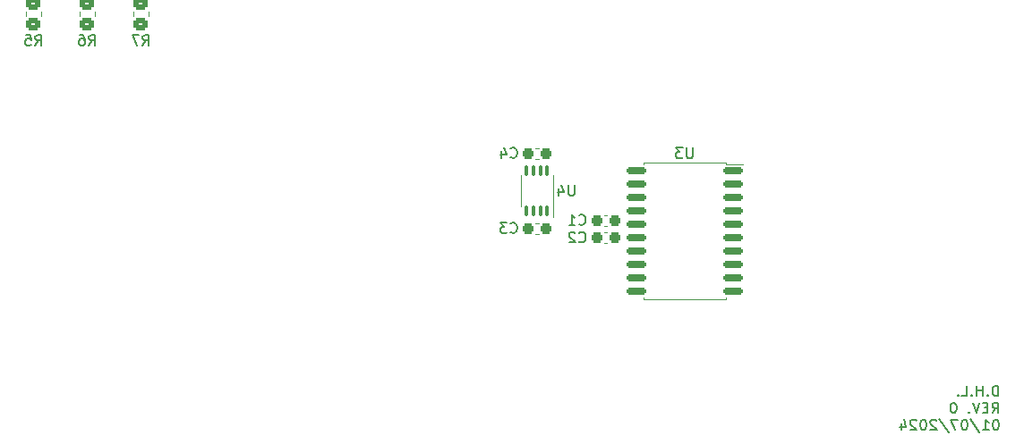
<source format=gbo>
G04 #@! TF.GenerationSoftware,KiCad,Pcbnew,7.0.8*
G04 #@! TF.CreationDate,2024-01-12T01:57:03-08:00*
G04 #@! TF.ProjectId,rc_v1,72635f76-312e-46b6-9963-61645f706362,0*
G04 #@! TF.SameCoordinates,Original*
G04 #@! TF.FileFunction,Legend,Bot*
G04 #@! TF.FilePolarity,Positive*
%FSLAX46Y46*%
G04 Gerber Fmt 4.6, Leading zero omitted, Abs format (unit mm)*
G04 Created by KiCad (PCBNEW 7.0.8) date 2024-01-12 01:57:03*
%MOMM*%
%LPD*%
G01*
G04 APERTURE LIST*
G04 Aperture macros list*
%AMRoundRect*
0 Rectangle with rounded corners*
0 $1 Rounding radius*
0 $2 $3 $4 $5 $6 $7 $8 $9 X,Y pos of 4 corners*
0 Add a 4 corners polygon primitive as box body*
4,1,4,$2,$3,$4,$5,$6,$7,$8,$9,$2,$3,0*
0 Add four circle primitives for the rounded corners*
1,1,$1+$1,$2,$3*
1,1,$1+$1,$4,$5*
1,1,$1+$1,$6,$7*
1,1,$1+$1,$8,$9*
0 Add four rect primitives between the rounded corners*
20,1,$1+$1,$2,$3,$4,$5,0*
20,1,$1+$1,$4,$5,$6,$7,0*
20,1,$1+$1,$6,$7,$8,$9,0*
20,1,$1+$1,$8,$9,$2,$3,0*%
G04 Aperture macros list end*
%ADD10C,0.150000*%
%ADD11C,0.120000*%
%ADD12C,1.800000*%
%ADD13C,2.300000*%
%ADD14R,1.800000X1.800000*%
%ADD15O,3.000000X3.400000*%
%ADD16C,1.400000*%
%ADD17O,2.100000X1.200000*%
%ADD18C,1.600000*%
%ADD19O,3.000000X1.500000*%
%ADD20O,1.500000X3.000000*%
%ADD21RoundRect,0.237500X0.300000X0.237500X-0.300000X0.237500X-0.300000X-0.237500X0.300000X-0.237500X0*%
%ADD22RoundRect,0.100000X0.100000X0.450000X-0.100000X0.450000X-0.100000X-0.450000X0.100000X-0.450000X0*%
%ADD23RoundRect,0.150000X0.800000X0.150000X-0.800000X0.150000X-0.800000X-0.150000X0.800000X-0.150000X0*%
%ADD24RoundRect,0.250000X-0.450000X0.350000X-0.450000X-0.350000X0.450000X-0.350000X0.450000X0.350000X0*%
%ADD25RoundRect,0.237500X-0.300000X-0.237500X0.300000X-0.237500X0.300000X0.237500X-0.300000X0.237500X0*%
G04 APERTURE END LIST*
D10*
X189663220Y-115649819D02*
X189663220Y-114649819D01*
X189663220Y-114649819D02*
X189425125Y-114649819D01*
X189425125Y-114649819D02*
X189282268Y-114697438D01*
X189282268Y-114697438D02*
X189187030Y-114792676D01*
X189187030Y-114792676D02*
X189139411Y-114887914D01*
X189139411Y-114887914D02*
X189091792Y-115078390D01*
X189091792Y-115078390D02*
X189091792Y-115221247D01*
X189091792Y-115221247D02*
X189139411Y-115411723D01*
X189139411Y-115411723D02*
X189187030Y-115506961D01*
X189187030Y-115506961D02*
X189282268Y-115602200D01*
X189282268Y-115602200D02*
X189425125Y-115649819D01*
X189425125Y-115649819D02*
X189663220Y-115649819D01*
X188663220Y-115554580D02*
X188615601Y-115602200D01*
X188615601Y-115602200D02*
X188663220Y-115649819D01*
X188663220Y-115649819D02*
X188710839Y-115602200D01*
X188710839Y-115602200D02*
X188663220Y-115554580D01*
X188663220Y-115554580D02*
X188663220Y-115649819D01*
X188187030Y-115649819D02*
X188187030Y-114649819D01*
X188187030Y-115126009D02*
X187615602Y-115126009D01*
X187615602Y-115649819D02*
X187615602Y-114649819D01*
X187139411Y-115554580D02*
X187091792Y-115602200D01*
X187091792Y-115602200D02*
X187139411Y-115649819D01*
X187139411Y-115649819D02*
X187187030Y-115602200D01*
X187187030Y-115602200D02*
X187139411Y-115554580D01*
X187139411Y-115554580D02*
X187139411Y-115649819D01*
X186187031Y-115649819D02*
X186663221Y-115649819D01*
X186663221Y-115649819D02*
X186663221Y-114649819D01*
X185853697Y-115554580D02*
X185806078Y-115602200D01*
X185806078Y-115602200D02*
X185853697Y-115649819D01*
X185853697Y-115649819D02*
X185901316Y-115602200D01*
X185901316Y-115602200D02*
X185853697Y-115554580D01*
X185853697Y-115554580D02*
X185853697Y-115649819D01*
X189091792Y-117259819D02*
X189425125Y-116783628D01*
X189663220Y-117259819D02*
X189663220Y-116259819D01*
X189663220Y-116259819D02*
X189282268Y-116259819D01*
X189282268Y-116259819D02*
X189187030Y-116307438D01*
X189187030Y-116307438D02*
X189139411Y-116355057D01*
X189139411Y-116355057D02*
X189091792Y-116450295D01*
X189091792Y-116450295D02*
X189091792Y-116593152D01*
X189091792Y-116593152D02*
X189139411Y-116688390D01*
X189139411Y-116688390D02*
X189187030Y-116736009D01*
X189187030Y-116736009D02*
X189282268Y-116783628D01*
X189282268Y-116783628D02*
X189663220Y-116783628D01*
X188663220Y-116736009D02*
X188329887Y-116736009D01*
X188187030Y-117259819D02*
X188663220Y-117259819D01*
X188663220Y-117259819D02*
X188663220Y-116259819D01*
X188663220Y-116259819D02*
X188187030Y-116259819D01*
X187901315Y-116259819D02*
X187567982Y-117259819D01*
X187567982Y-117259819D02*
X187234649Y-116259819D01*
X186901315Y-117164580D02*
X186853696Y-117212200D01*
X186853696Y-117212200D02*
X186901315Y-117259819D01*
X186901315Y-117259819D02*
X186948934Y-117212200D01*
X186948934Y-117212200D02*
X186901315Y-117164580D01*
X186901315Y-117164580D02*
X186901315Y-117259819D01*
X185472744Y-116259819D02*
X185377506Y-116259819D01*
X185377506Y-116259819D02*
X185282268Y-116307438D01*
X185282268Y-116307438D02*
X185234649Y-116355057D01*
X185234649Y-116355057D02*
X185187030Y-116450295D01*
X185187030Y-116450295D02*
X185139411Y-116640771D01*
X185139411Y-116640771D02*
X185139411Y-116878866D01*
X185139411Y-116878866D02*
X185187030Y-117069342D01*
X185187030Y-117069342D02*
X185234649Y-117164580D01*
X185234649Y-117164580D02*
X185282268Y-117212200D01*
X185282268Y-117212200D02*
X185377506Y-117259819D01*
X185377506Y-117259819D02*
X185472744Y-117259819D01*
X185472744Y-117259819D02*
X185567982Y-117212200D01*
X185567982Y-117212200D02*
X185615601Y-117164580D01*
X185615601Y-117164580D02*
X185663220Y-117069342D01*
X185663220Y-117069342D02*
X185710839Y-116878866D01*
X185710839Y-116878866D02*
X185710839Y-116640771D01*
X185710839Y-116640771D02*
X185663220Y-116450295D01*
X185663220Y-116450295D02*
X185615601Y-116355057D01*
X185615601Y-116355057D02*
X185567982Y-116307438D01*
X185567982Y-116307438D02*
X185472744Y-116259819D01*
X189472744Y-117869819D02*
X189377506Y-117869819D01*
X189377506Y-117869819D02*
X189282268Y-117917438D01*
X189282268Y-117917438D02*
X189234649Y-117965057D01*
X189234649Y-117965057D02*
X189187030Y-118060295D01*
X189187030Y-118060295D02*
X189139411Y-118250771D01*
X189139411Y-118250771D02*
X189139411Y-118488866D01*
X189139411Y-118488866D02*
X189187030Y-118679342D01*
X189187030Y-118679342D02*
X189234649Y-118774580D01*
X189234649Y-118774580D02*
X189282268Y-118822200D01*
X189282268Y-118822200D02*
X189377506Y-118869819D01*
X189377506Y-118869819D02*
X189472744Y-118869819D01*
X189472744Y-118869819D02*
X189567982Y-118822200D01*
X189567982Y-118822200D02*
X189615601Y-118774580D01*
X189615601Y-118774580D02*
X189663220Y-118679342D01*
X189663220Y-118679342D02*
X189710839Y-118488866D01*
X189710839Y-118488866D02*
X189710839Y-118250771D01*
X189710839Y-118250771D02*
X189663220Y-118060295D01*
X189663220Y-118060295D02*
X189615601Y-117965057D01*
X189615601Y-117965057D02*
X189567982Y-117917438D01*
X189567982Y-117917438D02*
X189472744Y-117869819D01*
X188187030Y-118869819D02*
X188758458Y-118869819D01*
X188472744Y-118869819D02*
X188472744Y-117869819D01*
X188472744Y-117869819D02*
X188567982Y-118012676D01*
X188567982Y-118012676D02*
X188663220Y-118107914D01*
X188663220Y-118107914D02*
X188758458Y-118155533D01*
X187044173Y-117822200D02*
X187901315Y-119107914D01*
X186520363Y-117869819D02*
X186425125Y-117869819D01*
X186425125Y-117869819D02*
X186329887Y-117917438D01*
X186329887Y-117917438D02*
X186282268Y-117965057D01*
X186282268Y-117965057D02*
X186234649Y-118060295D01*
X186234649Y-118060295D02*
X186187030Y-118250771D01*
X186187030Y-118250771D02*
X186187030Y-118488866D01*
X186187030Y-118488866D02*
X186234649Y-118679342D01*
X186234649Y-118679342D02*
X186282268Y-118774580D01*
X186282268Y-118774580D02*
X186329887Y-118822200D01*
X186329887Y-118822200D02*
X186425125Y-118869819D01*
X186425125Y-118869819D02*
X186520363Y-118869819D01*
X186520363Y-118869819D02*
X186615601Y-118822200D01*
X186615601Y-118822200D02*
X186663220Y-118774580D01*
X186663220Y-118774580D02*
X186710839Y-118679342D01*
X186710839Y-118679342D02*
X186758458Y-118488866D01*
X186758458Y-118488866D02*
X186758458Y-118250771D01*
X186758458Y-118250771D02*
X186710839Y-118060295D01*
X186710839Y-118060295D02*
X186663220Y-117965057D01*
X186663220Y-117965057D02*
X186615601Y-117917438D01*
X186615601Y-117917438D02*
X186520363Y-117869819D01*
X185853696Y-117869819D02*
X185187030Y-117869819D01*
X185187030Y-117869819D02*
X185615601Y-118869819D01*
X184091792Y-117822200D02*
X184948934Y-119107914D01*
X183806077Y-117965057D02*
X183758458Y-117917438D01*
X183758458Y-117917438D02*
X183663220Y-117869819D01*
X183663220Y-117869819D02*
X183425125Y-117869819D01*
X183425125Y-117869819D02*
X183329887Y-117917438D01*
X183329887Y-117917438D02*
X183282268Y-117965057D01*
X183282268Y-117965057D02*
X183234649Y-118060295D01*
X183234649Y-118060295D02*
X183234649Y-118155533D01*
X183234649Y-118155533D02*
X183282268Y-118298390D01*
X183282268Y-118298390D02*
X183853696Y-118869819D01*
X183853696Y-118869819D02*
X183234649Y-118869819D01*
X182615601Y-117869819D02*
X182520363Y-117869819D01*
X182520363Y-117869819D02*
X182425125Y-117917438D01*
X182425125Y-117917438D02*
X182377506Y-117965057D01*
X182377506Y-117965057D02*
X182329887Y-118060295D01*
X182329887Y-118060295D02*
X182282268Y-118250771D01*
X182282268Y-118250771D02*
X182282268Y-118488866D01*
X182282268Y-118488866D02*
X182329887Y-118679342D01*
X182329887Y-118679342D02*
X182377506Y-118774580D01*
X182377506Y-118774580D02*
X182425125Y-118822200D01*
X182425125Y-118822200D02*
X182520363Y-118869819D01*
X182520363Y-118869819D02*
X182615601Y-118869819D01*
X182615601Y-118869819D02*
X182710839Y-118822200D01*
X182710839Y-118822200D02*
X182758458Y-118774580D01*
X182758458Y-118774580D02*
X182806077Y-118679342D01*
X182806077Y-118679342D02*
X182853696Y-118488866D01*
X182853696Y-118488866D02*
X182853696Y-118250771D01*
X182853696Y-118250771D02*
X182806077Y-118060295D01*
X182806077Y-118060295D02*
X182758458Y-117965057D01*
X182758458Y-117965057D02*
X182710839Y-117917438D01*
X182710839Y-117917438D02*
X182615601Y-117869819D01*
X181901315Y-117965057D02*
X181853696Y-117917438D01*
X181853696Y-117917438D02*
X181758458Y-117869819D01*
X181758458Y-117869819D02*
X181520363Y-117869819D01*
X181520363Y-117869819D02*
X181425125Y-117917438D01*
X181425125Y-117917438D02*
X181377506Y-117965057D01*
X181377506Y-117965057D02*
X181329887Y-118060295D01*
X181329887Y-118060295D02*
X181329887Y-118155533D01*
X181329887Y-118155533D02*
X181377506Y-118298390D01*
X181377506Y-118298390D02*
X181948934Y-118869819D01*
X181948934Y-118869819D02*
X181329887Y-118869819D01*
X180472744Y-118203152D02*
X180472744Y-118869819D01*
X180710839Y-117822200D02*
X180948934Y-118536485D01*
X180948934Y-118536485D02*
X180329887Y-118536485D01*
X143529666Y-92993580D02*
X143577285Y-93041200D01*
X143577285Y-93041200D02*
X143720142Y-93088819D01*
X143720142Y-93088819D02*
X143815380Y-93088819D01*
X143815380Y-93088819D02*
X143958237Y-93041200D01*
X143958237Y-93041200D02*
X144053475Y-92945961D01*
X144053475Y-92945961D02*
X144101094Y-92850723D01*
X144101094Y-92850723D02*
X144148713Y-92660247D01*
X144148713Y-92660247D02*
X144148713Y-92517390D01*
X144148713Y-92517390D02*
X144101094Y-92326914D01*
X144101094Y-92326914D02*
X144053475Y-92231676D01*
X144053475Y-92231676D02*
X143958237Y-92136438D01*
X143958237Y-92136438D02*
X143815380Y-92088819D01*
X143815380Y-92088819D02*
X143720142Y-92088819D01*
X143720142Y-92088819D02*
X143577285Y-92136438D01*
X143577285Y-92136438D02*
X143529666Y-92184057D01*
X142672523Y-92422152D02*
X142672523Y-93088819D01*
X142910618Y-92041200D02*
X143148713Y-92755485D01*
X143148713Y-92755485D02*
X142529666Y-92755485D01*
X149585904Y-95644819D02*
X149585904Y-96454342D01*
X149585904Y-96454342D02*
X149538285Y-96549580D01*
X149538285Y-96549580D02*
X149490666Y-96597200D01*
X149490666Y-96597200D02*
X149395428Y-96644819D01*
X149395428Y-96644819D02*
X149204952Y-96644819D01*
X149204952Y-96644819D02*
X149109714Y-96597200D01*
X149109714Y-96597200D02*
X149062095Y-96549580D01*
X149062095Y-96549580D02*
X149014476Y-96454342D01*
X149014476Y-96454342D02*
X149014476Y-95644819D01*
X148109714Y-95978152D02*
X148109714Y-96644819D01*
X148347809Y-95597200D02*
X148585904Y-96311485D01*
X148585904Y-96311485D02*
X147966857Y-96311485D01*
X160761904Y-92104819D02*
X160761904Y-92914342D01*
X160761904Y-92914342D02*
X160714285Y-93009580D01*
X160714285Y-93009580D02*
X160666666Y-93057200D01*
X160666666Y-93057200D02*
X160571428Y-93104819D01*
X160571428Y-93104819D02*
X160380952Y-93104819D01*
X160380952Y-93104819D02*
X160285714Y-93057200D01*
X160285714Y-93057200D02*
X160238095Y-93009580D01*
X160238095Y-93009580D02*
X160190476Y-92914342D01*
X160190476Y-92914342D02*
X160190476Y-92104819D01*
X159809523Y-92104819D02*
X159190476Y-92104819D01*
X159190476Y-92104819D02*
X159523809Y-92485771D01*
X159523809Y-92485771D02*
X159380952Y-92485771D01*
X159380952Y-92485771D02*
X159285714Y-92533390D01*
X159285714Y-92533390D02*
X159238095Y-92581009D01*
X159238095Y-92581009D02*
X159190476Y-92676247D01*
X159190476Y-92676247D02*
X159190476Y-92914342D01*
X159190476Y-92914342D02*
X159238095Y-93009580D01*
X159238095Y-93009580D02*
X159285714Y-93057200D01*
X159285714Y-93057200D02*
X159380952Y-93104819D01*
X159380952Y-93104819D02*
X159666666Y-93104819D01*
X159666666Y-93104819D02*
X159761904Y-93057200D01*
X159761904Y-93057200D02*
X159809523Y-93009580D01*
X98571666Y-82404819D02*
X98904999Y-81928628D01*
X99143094Y-82404819D02*
X99143094Y-81404819D01*
X99143094Y-81404819D02*
X98762142Y-81404819D01*
X98762142Y-81404819D02*
X98666904Y-81452438D01*
X98666904Y-81452438D02*
X98619285Y-81500057D01*
X98619285Y-81500057D02*
X98571666Y-81595295D01*
X98571666Y-81595295D02*
X98571666Y-81738152D01*
X98571666Y-81738152D02*
X98619285Y-81833390D01*
X98619285Y-81833390D02*
X98666904Y-81881009D01*
X98666904Y-81881009D02*
X98762142Y-81928628D01*
X98762142Y-81928628D02*
X99143094Y-81928628D01*
X97666904Y-81404819D02*
X98143094Y-81404819D01*
X98143094Y-81404819D02*
X98190713Y-81881009D01*
X98190713Y-81881009D02*
X98143094Y-81833390D01*
X98143094Y-81833390D02*
X98047856Y-81785771D01*
X98047856Y-81785771D02*
X97809761Y-81785771D01*
X97809761Y-81785771D02*
X97714523Y-81833390D01*
X97714523Y-81833390D02*
X97666904Y-81881009D01*
X97666904Y-81881009D02*
X97619285Y-81976247D01*
X97619285Y-81976247D02*
X97619285Y-82214342D01*
X97619285Y-82214342D02*
X97666904Y-82309580D01*
X97666904Y-82309580D02*
X97714523Y-82357200D01*
X97714523Y-82357200D02*
X97809761Y-82404819D01*
X97809761Y-82404819D02*
X98047856Y-82404819D01*
X98047856Y-82404819D02*
X98143094Y-82357200D01*
X98143094Y-82357200D02*
X98190713Y-82309580D01*
X143529666Y-100105580D02*
X143577285Y-100153200D01*
X143577285Y-100153200D02*
X143720142Y-100200819D01*
X143720142Y-100200819D02*
X143815380Y-100200819D01*
X143815380Y-100200819D02*
X143958237Y-100153200D01*
X143958237Y-100153200D02*
X144053475Y-100057961D01*
X144053475Y-100057961D02*
X144101094Y-99962723D01*
X144101094Y-99962723D02*
X144148713Y-99772247D01*
X144148713Y-99772247D02*
X144148713Y-99629390D01*
X144148713Y-99629390D02*
X144101094Y-99438914D01*
X144101094Y-99438914D02*
X144053475Y-99343676D01*
X144053475Y-99343676D02*
X143958237Y-99248438D01*
X143958237Y-99248438D02*
X143815380Y-99200819D01*
X143815380Y-99200819D02*
X143720142Y-99200819D01*
X143720142Y-99200819D02*
X143577285Y-99248438D01*
X143577285Y-99248438D02*
X143529666Y-99296057D01*
X143196332Y-99200819D02*
X142577285Y-99200819D01*
X142577285Y-99200819D02*
X142910618Y-99581771D01*
X142910618Y-99581771D02*
X142767761Y-99581771D01*
X142767761Y-99581771D02*
X142672523Y-99629390D01*
X142672523Y-99629390D02*
X142624904Y-99677009D01*
X142624904Y-99677009D02*
X142577285Y-99772247D01*
X142577285Y-99772247D02*
X142577285Y-100010342D01*
X142577285Y-100010342D02*
X142624904Y-100105580D01*
X142624904Y-100105580D02*
X142672523Y-100153200D01*
X142672523Y-100153200D02*
X142767761Y-100200819D01*
X142767761Y-100200819D02*
X143053475Y-100200819D01*
X143053475Y-100200819D02*
X143148713Y-100153200D01*
X143148713Y-100153200D02*
X143196332Y-100105580D01*
X103651666Y-82404819D02*
X103984999Y-81928628D01*
X104223094Y-82404819D02*
X104223094Y-81404819D01*
X104223094Y-81404819D02*
X103842142Y-81404819D01*
X103842142Y-81404819D02*
X103746904Y-81452438D01*
X103746904Y-81452438D02*
X103699285Y-81500057D01*
X103699285Y-81500057D02*
X103651666Y-81595295D01*
X103651666Y-81595295D02*
X103651666Y-81738152D01*
X103651666Y-81738152D02*
X103699285Y-81833390D01*
X103699285Y-81833390D02*
X103746904Y-81881009D01*
X103746904Y-81881009D02*
X103842142Y-81928628D01*
X103842142Y-81928628D02*
X104223094Y-81928628D01*
X102794523Y-81404819D02*
X102984999Y-81404819D01*
X102984999Y-81404819D02*
X103080237Y-81452438D01*
X103080237Y-81452438D02*
X103127856Y-81500057D01*
X103127856Y-81500057D02*
X103223094Y-81642914D01*
X103223094Y-81642914D02*
X103270713Y-81833390D01*
X103270713Y-81833390D02*
X103270713Y-82214342D01*
X103270713Y-82214342D02*
X103223094Y-82309580D01*
X103223094Y-82309580D02*
X103175475Y-82357200D01*
X103175475Y-82357200D02*
X103080237Y-82404819D01*
X103080237Y-82404819D02*
X102889761Y-82404819D01*
X102889761Y-82404819D02*
X102794523Y-82357200D01*
X102794523Y-82357200D02*
X102746904Y-82309580D01*
X102746904Y-82309580D02*
X102699285Y-82214342D01*
X102699285Y-82214342D02*
X102699285Y-81976247D01*
X102699285Y-81976247D02*
X102746904Y-81881009D01*
X102746904Y-81881009D02*
X102794523Y-81833390D01*
X102794523Y-81833390D02*
X102889761Y-81785771D01*
X102889761Y-81785771D02*
X103080237Y-81785771D01*
X103080237Y-81785771D02*
X103175475Y-81833390D01*
X103175475Y-81833390D02*
X103223094Y-81881009D01*
X103223094Y-81881009D02*
X103270713Y-81976247D01*
X150006666Y-99343580D02*
X150054285Y-99391200D01*
X150054285Y-99391200D02*
X150197142Y-99438819D01*
X150197142Y-99438819D02*
X150292380Y-99438819D01*
X150292380Y-99438819D02*
X150435237Y-99391200D01*
X150435237Y-99391200D02*
X150530475Y-99295961D01*
X150530475Y-99295961D02*
X150578094Y-99200723D01*
X150578094Y-99200723D02*
X150625713Y-99010247D01*
X150625713Y-99010247D02*
X150625713Y-98867390D01*
X150625713Y-98867390D02*
X150578094Y-98676914D01*
X150578094Y-98676914D02*
X150530475Y-98581676D01*
X150530475Y-98581676D02*
X150435237Y-98486438D01*
X150435237Y-98486438D02*
X150292380Y-98438819D01*
X150292380Y-98438819D02*
X150197142Y-98438819D01*
X150197142Y-98438819D02*
X150054285Y-98486438D01*
X150054285Y-98486438D02*
X150006666Y-98534057D01*
X149054285Y-99438819D02*
X149625713Y-99438819D01*
X149339999Y-99438819D02*
X149339999Y-98438819D01*
X149339999Y-98438819D02*
X149435237Y-98581676D01*
X149435237Y-98581676D02*
X149530475Y-98676914D01*
X149530475Y-98676914D02*
X149625713Y-98724533D01*
X108731666Y-82404819D02*
X109064999Y-81928628D01*
X109303094Y-82404819D02*
X109303094Y-81404819D01*
X109303094Y-81404819D02*
X108922142Y-81404819D01*
X108922142Y-81404819D02*
X108826904Y-81452438D01*
X108826904Y-81452438D02*
X108779285Y-81500057D01*
X108779285Y-81500057D02*
X108731666Y-81595295D01*
X108731666Y-81595295D02*
X108731666Y-81738152D01*
X108731666Y-81738152D02*
X108779285Y-81833390D01*
X108779285Y-81833390D02*
X108826904Y-81881009D01*
X108826904Y-81881009D02*
X108922142Y-81928628D01*
X108922142Y-81928628D02*
X109303094Y-81928628D01*
X108398332Y-81404819D02*
X107731666Y-81404819D01*
X107731666Y-81404819D02*
X108160237Y-82404819D01*
X150006666Y-100994580D02*
X150054285Y-101042200D01*
X150054285Y-101042200D02*
X150197142Y-101089819D01*
X150197142Y-101089819D02*
X150292380Y-101089819D01*
X150292380Y-101089819D02*
X150435237Y-101042200D01*
X150435237Y-101042200D02*
X150530475Y-100946961D01*
X150530475Y-100946961D02*
X150578094Y-100851723D01*
X150578094Y-100851723D02*
X150625713Y-100661247D01*
X150625713Y-100661247D02*
X150625713Y-100518390D01*
X150625713Y-100518390D02*
X150578094Y-100327914D01*
X150578094Y-100327914D02*
X150530475Y-100232676D01*
X150530475Y-100232676D02*
X150435237Y-100137438D01*
X150435237Y-100137438D02*
X150292380Y-100089819D01*
X150292380Y-100089819D02*
X150197142Y-100089819D01*
X150197142Y-100089819D02*
X150054285Y-100137438D01*
X150054285Y-100137438D02*
X150006666Y-100185057D01*
X149625713Y-100185057D02*
X149578094Y-100137438D01*
X149578094Y-100137438D02*
X149482856Y-100089819D01*
X149482856Y-100089819D02*
X149244761Y-100089819D01*
X149244761Y-100089819D02*
X149149523Y-100137438D01*
X149149523Y-100137438D02*
X149101904Y-100185057D01*
X149101904Y-100185057D02*
X149054285Y-100280295D01*
X149054285Y-100280295D02*
X149054285Y-100375533D01*
X149054285Y-100375533D02*
X149101904Y-100518390D01*
X149101904Y-100518390D02*
X149673332Y-101089819D01*
X149673332Y-101089819D02*
X149054285Y-101089819D01*
D11*
X146176267Y-93144000D02*
X145883733Y-93144000D01*
X146176267Y-92124000D02*
X145883733Y-92124000D01*
X144530000Y-94690000D02*
X144530000Y-97690000D01*
X147530000Y-94690000D02*
X147530000Y-98690000D01*
X163860000Y-106510000D02*
X163860000Y-106275000D01*
X163860000Y-93725000D02*
X165550000Y-93725000D01*
X163860000Y-93490000D02*
X163860000Y-93725000D01*
X160000000Y-106510000D02*
X163860000Y-106510000D01*
X160000000Y-106510000D02*
X156140000Y-106510000D01*
X160000000Y-93490000D02*
X163860000Y-93490000D01*
X160000000Y-93490000D02*
X156140000Y-93490000D01*
X156140000Y-106510000D02*
X156140000Y-106275000D01*
X156140000Y-93490000D02*
X156140000Y-93725000D01*
X99140000Y-79182936D02*
X99140000Y-79637064D01*
X97670000Y-79182936D02*
X97670000Y-79637064D01*
X145883733Y-99236000D02*
X146176267Y-99236000D01*
X145883733Y-100256000D02*
X146176267Y-100256000D01*
X104220000Y-79182936D02*
X104220000Y-79637064D01*
X102750000Y-79182936D02*
X102750000Y-79637064D01*
X152679767Y-99494000D02*
X152387233Y-99494000D01*
X152679767Y-98474000D02*
X152387233Y-98474000D01*
X109300000Y-79182936D02*
X109300000Y-79637064D01*
X107830000Y-79182936D02*
X107830000Y-79637064D01*
X152679767Y-101145000D02*
X152387233Y-101145000D01*
X152679767Y-100125000D02*
X152387233Y-100125000D01*
%LPC*%
D12*
X111750000Y-103750000D03*
X118250000Y-103750000D03*
X111750000Y-108250000D03*
X118250000Y-108250000D03*
D13*
X193500000Y-117250000D03*
X193500000Y-104750000D03*
X198500000Y-117250000D03*
X198500000Y-104750000D03*
X193500000Y-95250000D03*
X193500000Y-82750000D03*
X198500000Y-95250000D03*
X198500000Y-82750000D03*
D14*
X113460000Y-77000000D03*
D12*
X116000000Y-77000000D03*
X118540000Y-77000000D03*
X93750000Y-103750000D03*
X100250000Y-103750000D03*
X93750000Y-108250000D03*
X100250000Y-108250000D03*
D14*
X96000000Y-75730000D03*
D12*
X96000000Y-78270000D03*
X184500000Y-82000000D03*
X182000000Y-82000000D03*
X179500000Y-82000000D03*
D15*
X186400000Y-89000000D03*
X177600000Y-89000000D03*
D12*
X125380000Y-77140000D03*
X125380000Y-117780000D03*
X140620000Y-77140000D03*
X140620000Y-117780000D03*
D16*
X94000000Y-87000000D03*
D17*
X94000000Y-84900000D03*
D16*
X94000000Y-89000000D03*
D17*
X94000000Y-93100000D03*
D16*
X94000000Y-91000000D03*
D12*
X102750000Y-113750000D03*
X109250000Y-113750000D03*
X102750000Y-118250000D03*
X109250000Y-118250000D03*
D18*
X100000000Y-95000000D03*
X112000000Y-83000000D03*
D19*
X115000000Y-87000000D03*
X115000000Y-89000000D03*
X115000000Y-91000000D03*
D20*
X104000000Y-98000000D03*
X106000000Y-98000000D03*
X108000000Y-98000000D03*
D12*
X93750000Y-113750000D03*
X100250000Y-113750000D03*
X93750000Y-118250000D03*
X100250000Y-118250000D03*
D14*
X101000000Y-75730000D03*
D12*
X101000000Y-78270000D03*
X111750000Y-113750000D03*
X118250000Y-113750000D03*
X111750000Y-118250000D03*
X118250000Y-118250000D03*
D14*
X106000000Y-75730000D03*
D12*
X106000000Y-78270000D03*
X102750000Y-103750000D03*
X109250000Y-103750000D03*
X102750000Y-108250000D03*
X109250000Y-108250000D03*
X184500000Y-104000000D03*
X182000000Y-104000000D03*
X179500000Y-104000000D03*
D15*
X186400000Y-111000000D03*
X177600000Y-111000000D03*
D21*
X146892500Y-92634000D03*
X145167500Y-92634000D03*
D22*
X147005000Y-98090000D03*
X146355000Y-98090000D03*
X145705000Y-98090000D03*
X145055000Y-98090000D03*
X145055000Y-94290000D03*
X145705000Y-94290000D03*
X146355000Y-94290000D03*
X147005000Y-94290000D03*
D23*
X164600000Y-94285000D03*
X164600000Y-95555000D03*
X164600000Y-96825000D03*
X164600000Y-98095000D03*
X164600000Y-99365000D03*
X164600000Y-100635000D03*
X164600000Y-101905000D03*
X164600000Y-103175000D03*
X164600000Y-104445000D03*
X164600000Y-105715000D03*
X155400000Y-105715000D03*
X155400000Y-104445000D03*
X155400000Y-103175000D03*
X155400000Y-101905000D03*
X155400000Y-100635000D03*
X155400000Y-99365000D03*
X155400000Y-98095000D03*
X155400000Y-96825000D03*
X155400000Y-95555000D03*
X155400000Y-94285000D03*
D24*
X98405000Y-78410000D03*
X98405000Y-80410000D03*
D25*
X145167500Y-99746000D03*
X146892500Y-99746000D03*
D24*
X103485000Y-78410000D03*
X103485000Y-80410000D03*
D21*
X153396000Y-98984000D03*
X151671000Y-98984000D03*
D24*
X108565000Y-78410000D03*
X108565000Y-80410000D03*
D21*
X153396000Y-100635000D03*
X151671000Y-100635000D03*
%LPD*%
M02*

</source>
